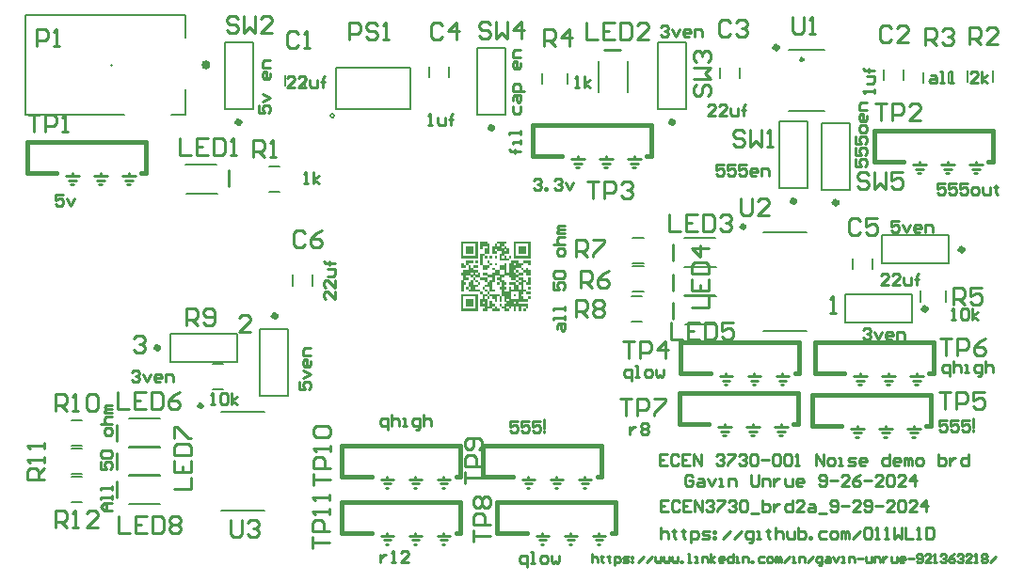
<source format=gto>
G04*
G04 #@! TF.GenerationSoftware,Altium Limited,Altium Designer,24.1.2 (44)*
G04*
G04 Layer_Color=65535*
%FSLAX25Y25*%
%MOIN*%
G70*
G04*
G04 #@! TF.SameCoordinates,6E6146AE-10E2-4EE8-86B2-596FBE868B5F*
G04*
G04*
G04 #@! TF.FilePolarity,Positive*
G04*
G01*
G75*
%ADD10C,0.01500*%
%ADD11C,0.02000*%
%ADD12C,0.00600*%
%ADD13C,0.01181*%
%ADD14C,0.01575*%
%ADD15C,0.00500*%
%ADD16C,0.01000*%
%ADD17C,0.00787*%
%ADD18C,0.00787*%
G36*
X180788Y111861D02*
X174848D01*
Y117800D01*
X180788D01*
Y111861D01*
D02*
G37*
G36*
X162121D02*
X156182D01*
Y117800D01*
X162121D01*
Y111861D01*
D02*
G37*
G36*
X168937Y111833D02*
X168061D01*
Y112408D01*
Y112435D01*
Y112709D01*
X168937D01*
Y111833D01*
D02*
G37*
G36*
X167239D02*
X166364D01*
Y112709D01*
X167239D01*
Y111833D01*
D02*
G37*
G36*
X165542Y116952D02*
X166391D01*
Y113530D01*
X164694D01*
Y112709D01*
X165542D01*
Y111833D01*
X164667D01*
Y112682D01*
X163846D01*
Y109315D01*
X166364D01*
Y110136D01*
X165515D01*
Y111012D01*
X166391D01*
Y110164D01*
X167239D01*
Y109288D01*
X166391D01*
Y108439D01*
X165542D01*
Y107591D01*
X163818D01*
Y109288D01*
X162970D01*
Y113558D01*
X164667D01*
Y115255D01*
X165515D01*
Y116076D01*
X163846D01*
Y115227D01*
X162970D01*
Y117800D01*
X165542D01*
Y116952D01*
D02*
G37*
G36*
X172330Y116924D02*
X171482D01*
Y116103D01*
X172330D01*
Y115255D01*
X173179D01*
Y113530D01*
X171482D01*
Y112709D01*
X172330D01*
Y111861D01*
X173152D01*
Y112709D01*
X174027D01*
Y111833D01*
X173179D01*
Y110985D01*
X169758D01*
Y113558D01*
X170606D01*
Y114379D01*
X168937D01*
Y113530D01*
X167212D01*
Y116103D01*
X168061D01*
Y116760D01*
Y116787D01*
Y116952D01*
X168909D01*
Y117800D01*
X172330D01*
Y116924D01*
D02*
G37*
G36*
X180815Y109288D02*
X179939D01*
Y110136D01*
X178270D01*
Y109288D01*
X177421D01*
Y108467D01*
X178270D01*
Y107618D01*
X179091D01*
Y108467D01*
X179967D01*
Y107618D01*
X180815D01*
Y105894D01*
X179091D01*
Y106742D01*
X178270D01*
Y105894D01*
X176573D01*
Y105073D01*
X178270D01*
Y104224D01*
X179118D01*
Y103376D01*
X179939D01*
Y105073D01*
X180815D01*
Y102500D01*
X179091D01*
Y103349D01*
X178270D01*
Y100830D01*
X179118D01*
Y99982D01*
X180815D01*
Y99106D01*
X179091D01*
Y99954D01*
X178270D01*
Y99106D01*
X177421D01*
Y98285D01*
X178270D01*
Y97436D01*
X179939D01*
Y98285D01*
X180815D01*
Y97409D01*
X179967D01*
Y96561D01*
X176573D01*
Y95740D01*
X179967D01*
Y94015D01*
X179118D01*
Y93167D01*
X178242D01*
Y94042D01*
X179091D01*
Y94864D01*
X177421D01*
Y93167D01*
X176546D01*
Y94864D01*
X175724D01*
Y93167D01*
X174848D01*
Y94864D01*
X174027D01*
Y94015D01*
X173179D01*
Y93167D01*
X171455D01*
Y94015D01*
X170606D01*
Y94864D01*
X169758D01*
Y95740D01*
X170633D01*
Y94891D01*
X171455D01*
Y95740D01*
X172303D01*
Y96561D01*
X171455D01*
Y98258D01*
X170633D01*
Y96561D01*
X169758D01*
Y98258D01*
X168937D01*
Y96561D01*
X168061D01*
Y97409D01*
X167212D01*
Y98258D01*
X166391D01*
Y97409D01*
X165542D01*
Y94891D01*
X166364D01*
Y96588D01*
X167239D01*
Y95740D01*
X168088D01*
Y94891D01*
X168937D01*
Y94042D01*
X169785D01*
Y93167D01*
X167212D01*
Y94015D01*
X165542D01*
Y93167D01*
X163818D01*
Y94042D01*
X164667D01*
Y94864D01*
X162970D01*
Y97436D01*
X163818D01*
Y99106D01*
X162970D01*
Y99954D01*
X158727D01*
Y100803D01*
X157879D01*
Y101679D01*
X158727D01*
Y103376D01*
X159576D01*
Y104224D01*
X160424D01*
Y105045D01*
X159576D01*
Y105894D01*
X157906D01*
Y105073D01*
X158755D01*
Y104197D01*
X157058D01*
Y103376D01*
X157906D01*
Y102500D01*
X157058D01*
Y99954D01*
X156182D01*
Y104224D01*
X157030D01*
Y105894D01*
X156182D01*
Y106770D01*
X157030D01*
Y107618D01*
X158727D01*
Y109288D01*
X157906D01*
Y108439D01*
X156182D01*
Y110164D01*
X157058D01*
Y109315D01*
X157879D01*
Y111012D01*
X160452D01*
Y110136D01*
X158755D01*
Y109315D01*
X159603D01*
Y108467D01*
X160424D01*
Y109315D01*
X162149D01*
Y108439D01*
X160452D01*
Y107618D01*
X162149D01*
Y106770D01*
X162997D01*
Y105073D01*
X165515D01*
Y105894D01*
X163818D01*
Y106770D01*
X165542D01*
Y105921D01*
X167212D01*
Y106770D01*
X168061D01*
Y107591D01*
X167212D01*
Y108467D01*
X168088D01*
Y107618D01*
X169758D01*
Y109315D01*
X171455D01*
Y110164D01*
X172330D01*
Y106770D01*
X173152D01*
Y110164D01*
X174000D01*
Y111012D01*
X176573D01*
Y110164D01*
X178242D01*
Y111012D01*
X180815D01*
Y109288D01*
D02*
G37*
G36*
X162149Y110164D02*
Y110136D01*
X161273D01*
Y111012D01*
X162149D01*
Y110164D01*
D02*
G37*
G36*
X168937Y109288D02*
X168061D01*
Y110164D01*
X168937D01*
Y109288D01*
D02*
G37*
G36*
X180815Y100803D02*
X179939D01*
Y101679D01*
X180815D01*
Y100803D01*
D02*
G37*
G36*
X162121Y93194D02*
X156182D01*
Y95931D01*
Y95959D01*
Y99133D01*
X162121D01*
Y93194D01*
D02*
G37*
%LPC*%
G36*
X179939Y116952D02*
X175697D01*
Y112709D01*
X179939D01*
Y112819D01*
Y112846D01*
Y116952D01*
D02*
G37*
%LPD*%
G36*
X179091Y113996D02*
Y113968D01*
Y113558D01*
X176546D01*
Y116103D01*
X179091D01*
Y113996D01*
D02*
G37*
%LPC*%
G36*
X161273Y116952D02*
X157030D01*
Y112709D01*
X161273D01*
Y116650D01*
Y116678D01*
Y116952D01*
D02*
G37*
%LPD*%
G36*
X160424Y113558D02*
X157879D01*
Y115474D01*
Y115501D01*
Y116103D01*
X160424D01*
Y113558D01*
D02*
G37*
%LPC*%
G36*
X169758Y116924D02*
X168937D01*
Y116103D01*
X169758D01*
Y116349D01*
Y116377D01*
Y116924D01*
D02*
G37*
G36*
X171455Y116076D02*
X170633D01*
Y115747D01*
Y115720D01*
Y115255D01*
X171455D01*
Y116076D01*
D02*
G37*
G36*
X172303Y115227D02*
X171482D01*
Y114406D01*
X172303D01*
Y115036D01*
Y115063D01*
Y115227D01*
D02*
G37*
G36*
X168909D02*
X168088D01*
Y114406D01*
X168909D01*
Y115227D01*
D02*
G37*
G36*
X171455Y112682D02*
X170633D01*
Y111861D01*
X171455D01*
Y112682D01*
D02*
G37*
G36*
X175697Y110136D02*
X174876D01*
Y109315D01*
X175697D01*
Y110136D01*
D02*
G37*
G36*
X177394Y108439D02*
X175724D01*
Y107618D01*
X176573D01*
Y107290D01*
Y107263D01*
Y106770D01*
X178242D01*
Y107591D01*
X177394D01*
Y108439D01*
D02*
G37*
G36*
X175697Y107591D02*
X174876D01*
Y106770D01*
X175697D01*
Y107591D01*
D02*
G37*
G36*
X176546Y106742D02*
X175724D01*
Y105921D01*
X176546D01*
Y106058D01*
Y106086D01*
Y106742D01*
D02*
G37*
G36*
X171455Y107591D02*
X169785D01*
Y105921D01*
X171455D01*
Y106332D01*
Y106359D01*
Y107591D01*
D02*
G37*
G36*
X162121Y106742D02*
X161300D01*
Y106469D01*
Y106441D01*
Y105921D01*
X162121D01*
Y106742D01*
D02*
G37*
G36*
X160424D02*
X159603D01*
Y105921D01*
X160424D01*
Y106742D01*
D02*
G37*
G36*
X161273Y105894D02*
X160452D01*
Y105155D01*
Y105128D01*
Y105073D01*
X161273D01*
Y105894D01*
D02*
G37*
G36*
X176546Y105045D02*
X175724D01*
Y104224D01*
X176546D01*
Y104881D01*
Y104909D01*
Y105045D01*
D02*
G37*
G36*
X177394Y104197D02*
X176573D01*
Y103376D01*
X177394D01*
Y104197D01*
D02*
G37*
G36*
X167212Y105045D02*
X165542D01*
Y103376D01*
X166364D01*
Y104224D01*
X167212D01*
Y105045D01*
D02*
G37*
G36*
X176546Y103349D02*
X175724D01*
Y102527D01*
X176546D01*
Y102828D01*
Y102856D01*
Y103349D01*
D02*
G37*
G36*
X161273Y104197D02*
X160452D01*
Y102527D01*
X162121D01*
Y103349D01*
X161273D01*
Y104197D01*
D02*
G37*
G36*
X177394Y102500D02*
X176573D01*
Y100912D01*
Y100885D01*
Y100830D01*
X177394D01*
Y102500D01*
D02*
G37*
G36*
X173152Y105894D02*
X171482D01*
Y105045D01*
X170633D01*
Y104224D01*
X171482D01*
Y103951D01*
Y103923D01*
Y103376D01*
X172330D01*
Y102500D01*
X171482D01*
Y101679D01*
X172330D01*
Y100803D01*
X171482D01*
Y99982D01*
X173152D01*
Y101679D01*
X174027D01*
Y100830D01*
X174848D01*
Y102500D01*
X173152D01*
Y103376D01*
X175697D01*
Y104197D01*
X174000D01*
Y105045D01*
X173152D01*
Y105894D01*
D02*
G37*
G36*
X159576Y101652D02*
X158755D01*
Y100830D01*
X159576D01*
Y101159D01*
Y101186D01*
Y101652D01*
D02*
G37*
G36*
X166364D02*
X164694D01*
Y100830D01*
X165542D01*
Y99982D01*
X166364D01*
Y101597D01*
Y101624D01*
Y101652D01*
D02*
G37*
G36*
X162970Y105045D02*
X161300D01*
Y104224D01*
X162149D01*
Y103376D01*
X162997D01*
Y102500D01*
X162149D01*
Y101652D01*
X161300D01*
Y100830D01*
X162997D01*
Y99982D01*
X163846D01*
Y99133D01*
X165515D01*
Y99954D01*
X164667D01*
Y99982D01*
Y100009D01*
Y100803D01*
X163818D01*
Y101679D01*
X164667D01*
Y102527D01*
X165515D01*
Y103349D01*
X164667D01*
Y104197D01*
X162970D01*
Y105045D01*
D02*
G37*
G36*
X169758Y105894D02*
X168088D01*
Y103349D01*
X167239D01*
Y100830D01*
X168088D01*
Y99954D01*
X166391D01*
Y99133D01*
X169785D01*
Y98285D01*
X170606D01*
Y100803D01*
X169758D01*
Y101679D01*
X170606D01*
Y103349D01*
X169785D01*
Y102500D01*
X168909D01*
Y102637D01*
Y102664D01*
Y103376D01*
X169758D01*
Y104197D01*
X168909D01*
Y105073D01*
X169758D01*
Y105894D01*
D02*
G37*
G36*
X166364Y99106D02*
X165542D01*
Y98586D01*
Y98559D01*
Y98285D01*
X166364D01*
Y99106D01*
D02*
G37*
G36*
X176546Y99954D02*
X174027D01*
Y97436D01*
X176546D01*
Y99954D01*
D02*
G37*
G36*
X165515Y98258D02*
X164694D01*
Y98121D01*
Y98093D01*
Y97436D01*
X165515D01*
Y98258D01*
D02*
G37*
G36*
X173152Y97409D02*
X172330D01*
Y96944D01*
Y96916D01*
Y96588D01*
X173152D01*
Y97409D01*
D02*
G37*
G36*
X175697Y96561D02*
X174876D01*
Y95740D01*
X175697D01*
Y96561D01*
D02*
G37*
G36*
X164667D02*
X163846D01*
Y95740D01*
X164667D01*
Y96561D01*
D02*
G37*
G36*
X173152Y94864D02*
X172330D01*
Y94179D01*
Y94152D01*
Y94042D01*
X173152D01*
Y94864D01*
D02*
G37*
G36*
X168061D02*
X167239D01*
Y94042D01*
X168061D01*
Y94864D01*
D02*
G37*
%LPD*%
G36*
X175724Y98942D02*
Y98914D01*
Y98258D01*
X174848D01*
Y99133D01*
X175724D01*
Y98942D01*
D02*
G37*
%LPC*%
G36*
X161273Y98285D02*
X157030D01*
Y94207D01*
Y94179D01*
Y94042D01*
X161273D01*
Y98285D01*
D02*
G37*
%LPD*%
G36*
X160424Y94891D02*
X157879D01*
Y97436D01*
X160424D01*
Y94891D01*
D02*
G37*
D10*
X256500Y123000D02*
G03*
X256500Y123000I-500J0D01*
G01*
X64335Y59500D02*
G03*
X64335Y59500I-500J0D01*
G01*
X164000Y34500D02*
X174500D01*
X164000D02*
Y45500D01*
X204500Y34500D02*
X206000D01*
Y45500D01*
X164000D02*
X206000D01*
X169000Y14500D02*
X179500D01*
X169000D02*
Y25500D01*
X209500Y14500D02*
X211000D01*
Y25500D01*
X169000D02*
X211000D01*
X114000Y34500D02*
X124500D01*
X114000D02*
Y45500D01*
X154500Y34500D02*
X156000D01*
Y45500D01*
X114000D02*
X156000D01*
X114000Y14500D02*
X124500D01*
X114000D02*
Y25500D01*
X154500Y14500D02*
X156000D01*
Y25500D01*
X114000D02*
X156000D01*
X181500Y148000D02*
X192000D01*
X181500D02*
Y159000D01*
X222000Y148000D02*
X223500D01*
Y159000D01*
X181500D02*
X223500D01*
X281500Y82000D02*
X323500D01*
Y71000D02*
Y82000D01*
X322000Y71000D02*
X323500D01*
X281500D02*
Y82000D01*
Y71000D02*
X292000D01*
X234000D02*
X244500D01*
X234000D02*
Y82000D01*
X274500Y71000D02*
X276000D01*
Y82000D01*
X234000D02*
X276000D01*
X280500Y63500D02*
X322500D01*
Y52500D02*
Y63500D01*
X321000Y52500D02*
X322500D01*
X280500D02*
Y63500D01*
Y52500D02*
X291000D01*
X233500Y64000D02*
X275500D01*
Y53000D02*
Y64000D01*
X274000Y53000D02*
X275500D01*
X233500D02*
Y64000D01*
Y53000D02*
X244000D01*
X2500Y153000D02*
X44500D01*
Y142000D02*
Y153000D01*
X43000Y142000D02*
X44500D01*
X2500D02*
Y153000D01*
Y142000D02*
X13000D01*
X302500Y157000D02*
X344500D01*
Y146000D02*
Y157000D01*
X343000Y146000D02*
X344500D01*
X302500D02*
Y157000D01*
Y146000D02*
X313000D01*
D11*
X49089Y80155D02*
G03*
X49089Y80155I-500J0D01*
G01*
X231345Y160089D02*
G03*
X231345Y160089I-500J0D01*
G01*
X268264Y186500D02*
G03*
X268264Y186500I-492J0D01*
G01*
X289345Y131589D02*
G03*
X289345Y131589I-500J0D01*
G01*
X274344Y132089D02*
G03*
X274344Y132089I-500J0D01*
G01*
X333911Y114845D02*
G03*
X333911Y114845I-500J0D01*
G01*
X320911Y93844D02*
G03*
X320911Y93844I-500J0D01*
G01*
X90655Y91411D02*
G03*
X90655Y91411I-500J0D01*
G01*
X77845Y160089D02*
G03*
X77845Y160089I-500J0D01*
G01*
X167344Y158089D02*
G03*
X167344Y158089I-500J0D01*
G01*
D12*
X111207Y162394D02*
G03*
X111207Y162394I-707J0D01*
G01*
X68100Y65512D02*
X71900D01*
X68100Y74488D02*
X71900D01*
X38400Y45118D02*
X49400D01*
X38500Y34882D02*
X49500D01*
X38400Y35118D02*
X49400D01*
X38500Y24882D02*
X49500D01*
X18100Y35512D02*
X21900D01*
X18100Y44488D02*
X21900D01*
X18100Y25512D02*
X21900D01*
X18100Y34488D02*
X21900D01*
X111800Y164700D02*
X138200D01*
X111800D02*
Y179300D01*
X138200D01*
Y164700D02*
Y179300D01*
X248000Y175600D02*
Y179400D01*
X255000Y175600D02*
Y179400D01*
X215118Y170700D02*
Y181700D01*
X204882Y170600D02*
Y181600D01*
X306000Y175100D02*
Y178900D01*
X313000Y175100D02*
Y178900D01*
X319012Y96500D02*
Y100300D01*
X327988Y96500D02*
Y100300D01*
X295000Y108100D02*
Y111900D01*
X302000Y108100D02*
Y111900D01*
X235300Y108618D02*
X246300D01*
X235400Y98382D02*
X246400D01*
X235300Y98618D02*
X246300D01*
X235400Y88382D02*
X246400D01*
X235300Y119118D02*
X246300D01*
X235400Y108882D02*
X246400D01*
X216500Y89512D02*
X220300D01*
X216500Y98488D02*
X220300D01*
X217000Y100012D02*
X220800D01*
X217000Y108988D02*
X220800D01*
X217000Y110012D02*
X220800D01*
X217000Y118988D02*
X220800D01*
X103500Y102200D02*
Y106000D01*
X96500Y102200D02*
Y106000D01*
X328988Y174100D02*
Y177900D01*
X320012Y174100D02*
Y177900D01*
X88100Y144488D02*
X91900D01*
X88100Y135512D02*
X91900D01*
X185012Y173600D02*
Y177400D01*
X193988Y173600D02*
Y177400D01*
X101000Y173100D02*
Y176900D01*
X94000Y173100D02*
Y176900D01*
X58700Y145118D02*
X69700D01*
X58800Y134882D02*
X69800D01*
X152000Y176100D02*
Y179900D01*
X145000Y176100D02*
Y179900D01*
X335512Y174500D02*
Y178300D01*
X344488Y174500D02*
Y178300D01*
X38500Y44882D02*
X49500D01*
X38400Y55118D02*
X49400D01*
X18100Y54488D02*
X21900D01*
X18100Y45512D02*
X21900D01*
D13*
X277294Y182300D02*
G03*
X277294Y182300I-394J0D01*
G01*
D14*
X66610Y180400D02*
G03*
X66610Y180400I-787J0D01*
G01*
D15*
X263323Y120941D02*
X278677D01*
X263323Y86059D02*
X278677D01*
X71157Y57441D02*
X86512D01*
X71157Y22559D02*
X86512D01*
X53722Y162784D02*
X58469D01*
Y171800D01*
X1776Y162784D02*
Y198216D01*
X58469D01*
Y190000D02*
Y198216D01*
X1776Y162784D02*
X37012D01*
D16*
X177750Y33500D02*
X182250D01*
X180000D02*
Y34527D01*
X178750Y32000D02*
X181250D01*
X179523Y30500D02*
X180250D01*
X187750Y33500D02*
X192250D01*
X190000D02*
Y34527D01*
X188750Y32000D02*
X191250D01*
X189523Y30500D02*
X190250D01*
X197750Y33500D02*
X202250D01*
X200000D02*
Y34527D01*
X198750Y32000D02*
X201250D01*
X199523Y30500D02*
X200250D01*
X182750Y13500D02*
X187250D01*
X185000D02*
Y14527D01*
X183750Y12000D02*
X186250D01*
X184523Y10500D02*
X185250D01*
X192750Y13500D02*
X197250D01*
X195000D02*
Y14527D01*
X193750Y12000D02*
X196250D01*
X194523Y10500D02*
X195250D01*
X202750Y13500D02*
X207250D01*
X205000D02*
Y14527D01*
X203750Y12000D02*
X206250D01*
X204523Y10500D02*
X205250D01*
X127750Y33500D02*
X132250D01*
X130000D02*
Y34527D01*
X128750Y32000D02*
X131250D01*
X129523Y30500D02*
X130250D01*
X137750Y33500D02*
X142250D01*
X140000D02*
Y34527D01*
X138750Y32000D02*
X141250D01*
X139523Y30500D02*
X140250D01*
X147750Y33500D02*
X152250D01*
X150000D02*
Y34527D01*
X148750Y32000D02*
X151250D01*
X149523Y30500D02*
X150250D01*
X127750Y13500D02*
X132250D01*
X130000D02*
Y14527D01*
X128750Y12000D02*
X131250D01*
X129523Y10500D02*
X130250D01*
X137750Y13500D02*
X142250D01*
X140000D02*
Y14527D01*
X138750Y12000D02*
X141250D01*
X139523Y10500D02*
X140250D01*
X147750Y13500D02*
X152250D01*
X150000D02*
Y14527D01*
X148750Y12000D02*
X151250D01*
X149523Y10500D02*
X150250D01*
X34200Y37000D02*
Y42600D01*
Y27000D02*
Y32600D01*
X195250Y147000D02*
X199750D01*
X197500D02*
Y148027D01*
X196250Y145500D02*
X198750D01*
X197023Y144000D02*
X197750D01*
X205250Y147000D02*
X209750D01*
X207500D02*
Y148027D01*
X206250Y145500D02*
X208750D01*
X207023Y144000D02*
X207750D01*
X215250Y147000D02*
X219750D01*
X217500D02*
Y148027D01*
X216250Y145500D02*
X218750D01*
X217023Y144000D02*
X217750D01*
X207000Y185900D02*
X212600D01*
X231100Y100500D02*
Y106100D01*
Y90500D02*
Y96100D01*
Y111000D02*
Y116600D01*
X317023Y67000D02*
X317750D01*
X316250Y68500D02*
X318750D01*
X317500Y70000D02*
Y71027D01*
X315250Y70000D02*
X319750D01*
X307023Y67000D02*
X307750D01*
X306250Y68500D02*
X308750D01*
X307500Y70000D02*
Y71027D01*
X305250Y70000D02*
X309750D01*
X297023Y67000D02*
X297750D01*
X296250Y68500D02*
X298750D01*
X297500Y70000D02*
Y71027D01*
X295250Y70000D02*
X299750D01*
X247750D02*
X252250D01*
X250000D02*
Y71027D01*
X248750Y68500D02*
X251250D01*
X249523Y67000D02*
X250250D01*
X257750Y70000D02*
X262250D01*
X260000D02*
Y71027D01*
X258750Y68500D02*
X261250D01*
X259523Y67000D02*
X260250D01*
X267750Y70000D02*
X272250D01*
X270000D02*
Y71027D01*
X268750Y68500D02*
X271250D01*
X269523Y67000D02*
X270250D01*
X316023Y48500D02*
X316750D01*
X315250Y50000D02*
X317750D01*
X316500Y51500D02*
Y52527D01*
X314250Y51500D02*
X318750D01*
X306023Y48500D02*
X306750D01*
X305250Y50000D02*
X307750D01*
X306500Y51500D02*
Y52527D01*
X304250Y51500D02*
X308750D01*
X296023Y48500D02*
X296750D01*
X295250Y50000D02*
X297750D01*
X296500Y51500D02*
Y52527D01*
X294250Y51500D02*
X298750D01*
X269023Y49000D02*
X269750D01*
X268250Y50500D02*
X270750D01*
X269500Y52000D02*
Y53027D01*
X267250Y52000D02*
X271750D01*
X259023Y49000D02*
X259750D01*
X258250Y50500D02*
X260750D01*
X259500Y52000D02*
Y53027D01*
X257250Y52000D02*
X261750D01*
X249023Y49000D02*
X249750D01*
X248250Y50500D02*
X250750D01*
X249500Y52000D02*
Y53027D01*
X247250Y52000D02*
X251750D01*
X32091Y180500D02*
X32122D01*
X38023Y138000D02*
X38750D01*
X37250Y139500D02*
X39750D01*
X38500Y141000D02*
Y142027D01*
X36250Y141000D02*
X40750D01*
X28023Y138000D02*
X28750D01*
X27250Y139500D02*
X29750D01*
X28500Y141000D02*
Y142027D01*
X26250Y141000D02*
X30750D01*
X18023Y138000D02*
X18750D01*
X17250Y139500D02*
X19750D01*
X18500Y141000D02*
Y142027D01*
X16250Y141000D02*
X20750D01*
X74000Y137400D02*
Y143000D01*
X338023Y142000D02*
X338750D01*
X337250Y143500D02*
X339750D01*
X338500Y145000D02*
Y146027D01*
X336250Y145000D02*
X340750D01*
X328023Y142000D02*
X328750D01*
X327250Y143500D02*
X329750D01*
X328500Y145000D02*
Y146027D01*
X326250Y145000D02*
X330750D01*
X318023Y142000D02*
X318750D01*
X317250Y143500D02*
X319750D01*
X318500Y145000D02*
Y146027D01*
X316250Y145000D02*
X320750D01*
X34200Y47000D02*
Y52600D01*
X97166Y172500D02*
X94500D01*
X97166Y175166D01*
Y175832D01*
X96499Y176499D01*
X95166D01*
X94500Y175832D01*
X101164Y172500D02*
X98499D01*
X101164Y175166D01*
Y175832D01*
X100498Y176499D01*
X99165D01*
X98499Y175832D01*
X102497Y175166D02*
Y173167D01*
X103164Y172500D01*
X105163D01*
Y175166D01*
X107163Y172500D02*
Y175832D01*
Y174499D01*
X106496D01*
X107829D01*
X107163D01*
Y175832D01*
X107829Y176499D01*
X100500Y138500D02*
X101833D01*
X101166D01*
Y142499D01*
X100500Y141832D01*
X103832Y138500D02*
Y142499D01*
Y139833D02*
X105832Y141166D01*
X103832Y139833D02*
X105832Y138500D01*
X144500Y159000D02*
X145833D01*
X145167D01*
Y162999D01*
X144500Y162332D01*
X147832Y161666D02*
Y159667D01*
X148499Y159000D01*
X150498D01*
Y161666D01*
X152497Y159000D02*
Y162332D01*
Y160999D01*
X151831D01*
X153164D01*
X152497D01*
Y162332D01*
X153164Y162999D01*
X196500Y172500D02*
X197833D01*
X197167D01*
Y176499D01*
X196500Y175832D01*
X199832Y172500D02*
Y176499D01*
Y173833D02*
X201832Y175166D01*
X199832Y173833D02*
X201832Y172500D01*
X246166Y162500D02*
X243500D01*
X246166Y165166D01*
Y165832D01*
X245499Y166499D01*
X244166D01*
X243500Y165832D01*
X250165Y162500D02*
X247499D01*
X250165Y165166D01*
Y165832D01*
X249498Y166499D01*
X248165D01*
X247499Y165832D01*
X251497Y165166D02*
Y163166D01*
X252164Y162500D01*
X254163D01*
Y165166D01*
X256163Y162500D02*
Y165832D01*
Y164499D01*
X255496D01*
X256829D01*
X256163D01*
Y165832D01*
X256829Y166499D01*
X322666Y176666D02*
X323999D01*
X324666Y175999D01*
Y174000D01*
X322666D01*
X322000Y174667D01*
X322666Y175333D01*
X324666D01*
X325999Y174000D02*
X327332D01*
X326665D01*
Y177999D01*
X325999D01*
X329331Y174000D02*
X330664D01*
X329997D01*
Y177999D01*
X329331D01*
X339328Y174000D02*
X336662D01*
X339328Y176666D01*
Y177332D01*
X338661Y177999D01*
X337328D01*
X336662Y177332D01*
X340661Y174000D02*
Y177999D01*
Y175333D02*
X342660Y176666D01*
X340661Y175333D02*
X342660Y174000D01*
X302500Y170500D02*
Y171833D01*
Y171167D01*
X298501D01*
X299168Y170500D01*
X299834Y173832D02*
X301834D01*
X302500Y174499D01*
Y176498D01*
X299834D01*
X302500Y178497D02*
X299168D01*
X300501D01*
Y177831D01*
Y179164D01*
Y178497D01*
X299168D01*
X298501Y179164D01*
X307666Y102500D02*
X305000D01*
X307666Y105166D01*
Y105832D01*
X306999Y106499D01*
X305666D01*
X305000Y105832D01*
X311665Y102500D02*
X308999D01*
X311665Y105166D01*
Y105832D01*
X310998Y106499D01*
X309665D01*
X308999Y105832D01*
X312997Y105166D02*
Y103166D01*
X313664Y102500D01*
X315663D01*
Y105166D01*
X317663Y102500D02*
Y105832D01*
Y104499D01*
X316996D01*
X318329D01*
X317663D01*
Y105832D01*
X318329Y106499D01*
X330000Y90000D02*
X331333D01*
X330666D01*
Y93999D01*
X330000Y93332D01*
X333332D02*
X333999Y93999D01*
X335332D01*
X335998Y93332D01*
Y90666D01*
X335332Y90000D01*
X333999D01*
X333332Y90666D01*
Y93332D01*
X337331Y90000D02*
Y93999D01*
Y91333D02*
X339330Y92666D01*
X337331Y91333D02*
X339330Y90000D01*
X190334Y86666D02*
Y87999D01*
X191001Y88666D01*
X193000D01*
Y86666D01*
X192333Y86000D01*
X191667Y86666D01*
Y88666D01*
X193000Y89999D02*
Y91332D01*
Y90665D01*
X189001D01*
Y89999D01*
X193000Y93331D02*
Y94664D01*
Y93997D01*
X189001D01*
Y93331D01*
Y103328D02*
Y100662D01*
X191001D01*
X190334Y101995D01*
Y102661D01*
X191001Y103328D01*
X192333D01*
X193000Y102661D01*
Y101328D01*
X192333Y100662D01*
X189668Y104661D02*
X189001Y105327D01*
Y106660D01*
X189668Y107326D01*
X192333D01*
X193000Y106660D01*
Y105327D01*
X192333Y104661D01*
X189668D01*
X193000Y113324D02*
Y114657D01*
X192333Y115324D01*
X191001D01*
X190334Y114657D01*
Y113324D01*
X191001Y112658D01*
X192333D01*
X193000Y113324D01*
X189001Y116657D02*
X193000D01*
X191001D01*
X190334Y117323D01*
Y118656D01*
X191001Y119323D01*
X193000D01*
Y120656D02*
X190334D01*
Y121322D01*
X191001Y121988D01*
X193000D01*
X191001D01*
X190334Y122655D01*
X191001Y123321D01*
X193000D01*
X32500Y22500D02*
X29834D01*
X28501Y23833D01*
X29834Y25166D01*
X32500D01*
X30501D01*
Y22500D01*
X32500Y26499D02*
Y27832D01*
Y27165D01*
X28501D01*
Y26499D01*
X32500Y29831D02*
Y31164D01*
Y30497D01*
X28501D01*
Y29831D01*
Y39828D02*
Y37162D01*
X30501D01*
X29834Y38495D01*
Y39161D01*
X30501Y39828D01*
X31834D01*
X32500Y39161D01*
Y37828D01*
X31834Y37162D01*
X29168Y41161D02*
X28501Y41827D01*
Y43160D01*
X29168Y43826D01*
X31834D01*
X32500Y43160D01*
Y41827D01*
X31834Y41161D01*
X29168D01*
X32500Y49825D02*
Y51157D01*
X31834Y51824D01*
X30501D01*
X29834Y51157D01*
Y49825D01*
X30501Y49158D01*
X31834D01*
X32500Y49825D01*
X28501Y53157D02*
X32500D01*
X30501D01*
X29834Y53823D01*
Y55156D01*
X30501Y55823D01*
X32500D01*
Y57156D02*
X29834D01*
Y57822D01*
X30501Y58488D01*
X32500D01*
X30501D01*
X29834Y59155D01*
X30501Y59821D01*
X32500D01*
X111500Y100166D02*
Y97500D01*
X108834Y100166D01*
X108168D01*
X107501Y99499D01*
Y98166D01*
X108168Y97500D01*
X111500Y104165D02*
Y101499D01*
X108834Y104165D01*
X108168D01*
X107501Y103498D01*
Y102165D01*
X108168Y101499D01*
X108834Y105497D02*
X110834D01*
X111500Y106164D01*
Y108163D01*
X108834D01*
X111500Y110163D02*
X108168D01*
X109501D01*
Y109496D01*
Y110829D01*
Y110163D01*
X108168D01*
X107501Y110829D01*
X67500Y60000D02*
X68833D01*
X68166D01*
Y63999D01*
X67500Y63332D01*
X70832D02*
X71499Y63999D01*
X72832D01*
X73498Y63332D01*
Y60666D01*
X72832Y60000D01*
X71499D01*
X70832Y60666D01*
Y63332D01*
X74831Y60000D02*
Y63999D01*
Y61333D02*
X76830Y62666D01*
X74831Y61333D02*
X76830Y60000D01*
X39500Y71332D02*
X40166Y71999D01*
X41499D01*
X42166Y71332D01*
Y70666D01*
X41499Y69999D01*
X40833D01*
X41499D01*
X42166Y69333D01*
Y68666D01*
X41499Y68000D01*
X40166D01*
X39500Y68666D01*
X43499Y70666D02*
X44832Y68000D01*
X46165Y70666D01*
X49497Y68000D02*
X48164D01*
X47497Y68666D01*
Y69999D01*
X48164Y70666D01*
X49497D01*
X50163Y69999D01*
Y69333D01*
X47497D01*
X51496Y68000D02*
Y70666D01*
X53496D01*
X54162Y69999D01*
Y68000D01*
X99001Y68166D02*
Y65500D01*
X101001D01*
X100334Y66833D01*
Y67499D01*
X101001Y68166D01*
X102334D01*
X103000Y67499D01*
Y66166D01*
X102334Y65500D01*
X100334Y69499D02*
X103000Y70832D01*
X100334Y72164D01*
X103000Y75497D02*
Y74164D01*
X102334Y73497D01*
X101001D01*
X100334Y74164D01*
Y75497D01*
X101001Y76163D01*
X101667D01*
Y73497D01*
X103000Y77496D02*
X100334D01*
Y79496D01*
X101001Y80162D01*
X103000D01*
X311166Y124999D02*
X308500D01*
Y122999D01*
X309833Y123666D01*
X310499D01*
X311166Y122999D01*
Y121667D01*
X310499Y121000D01*
X309166D01*
X308500Y121667D01*
X312499Y123666D02*
X313832Y121000D01*
X315164Y123666D01*
X318497Y121000D02*
X317164D01*
X316497Y121667D01*
Y122999D01*
X317164Y123666D01*
X318497D01*
X319163Y122999D01*
Y122333D01*
X316497D01*
X320496Y121000D02*
Y123666D01*
X322496D01*
X323162Y122999D01*
Y121000D01*
X298500Y86332D02*
X299166Y86999D01*
X300499D01*
X301166Y86332D01*
Y85666D01*
X300499Y84999D01*
X299833D01*
X300499D01*
X301166Y84333D01*
Y83666D01*
X300499Y83000D01*
X299166D01*
X298500Y83666D01*
X302499Y85666D02*
X303832Y83000D01*
X305165Y85666D01*
X308497Y83000D02*
X307164D01*
X306497Y83666D01*
Y84999D01*
X307164Y85666D01*
X308497D01*
X309163Y84999D01*
Y84333D01*
X306497D01*
X310496Y83000D02*
Y85666D01*
X312495D01*
X313162Y84999D01*
Y83000D01*
X296001Y147166D02*
Y144500D01*
X298001D01*
X297334Y145833D01*
Y146499D01*
X298001Y147166D01*
X299334D01*
X300000Y146499D01*
Y145167D01*
X299334Y144500D01*
X296001Y151164D02*
Y148499D01*
X298001D01*
X297334Y149832D01*
Y150498D01*
X298001Y151164D01*
X299334D01*
X300000Y150498D01*
Y149165D01*
X299334Y148499D01*
X296001Y155163D02*
Y152497D01*
X298001D01*
X297334Y153830D01*
Y154497D01*
X298001Y155163D01*
X299334D01*
X300000Y154497D01*
Y153164D01*
X299334Y152497D01*
X300000Y157163D02*
Y158495D01*
X299334Y159162D01*
X298001D01*
X297334Y158495D01*
Y157163D01*
X298001Y156496D01*
X299334D01*
X300000Y157163D01*
Y162494D02*
Y161161D01*
X299334Y160495D01*
X298001D01*
X297334Y161161D01*
Y162494D01*
X298001Y163161D01*
X298667D01*
Y160495D01*
X300000Y164494D02*
X297334D01*
Y166493D01*
X298001Y167159D01*
X300000D01*
X249166Y144999D02*
X246500D01*
Y142999D01*
X247833Y143666D01*
X248499D01*
X249166Y142999D01*
Y141666D01*
X248499Y141000D01*
X247166D01*
X246500Y141666D01*
X253165Y144999D02*
X250499D01*
Y142999D01*
X251832Y143666D01*
X252498D01*
X253165Y142999D01*
Y141666D01*
X252498Y141000D01*
X251165D01*
X250499Y141666D01*
X257163Y144999D02*
X254497D01*
Y142999D01*
X255830Y143666D01*
X256497D01*
X257163Y142999D01*
Y141666D01*
X256497Y141000D01*
X255164D01*
X254497Y141666D01*
X260495Y141000D02*
X259163D01*
X258496Y141666D01*
Y142999D01*
X259163Y143666D01*
X260495D01*
X261162Y142999D01*
Y142333D01*
X258496D01*
X262495Y141000D02*
Y143666D01*
X264494D01*
X265161Y142999D01*
Y141000D01*
X227000Y193832D02*
X227666Y194499D01*
X228999D01*
X229666Y193832D01*
Y193166D01*
X228999Y192499D01*
X228333D01*
X228999D01*
X229666Y191833D01*
Y191166D01*
X228999Y190500D01*
X227666D01*
X227000Y191166D01*
X230999Y193166D02*
X232332Y190500D01*
X233664Y193166D01*
X236997Y190500D02*
X235664D01*
X234997Y191166D01*
Y192499D01*
X235664Y193166D01*
X236997D01*
X237663Y192499D01*
Y191833D01*
X234997D01*
X238996Y190500D02*
Y193166D01*
X240996D01*
X241662Y192499D01*
Y190500D01*
X177167Y149667D02*
X173835D01*
X175168D01*
Y149000D01*
Y150333D01*
Y149667D01*
X173835D01*
X173168Y150333D01*
X177167Y152332D02*
Y153665D01*
Y152999D01*
X174501D01*
Y152332D01*
X177167Y155665D02*
Y156997D01*
Y156331D01*
X173168D01*
Y155665D01*
X174501Y165661D02*
Y163662D01*
X175168Y162996D01*
X176501D01*
X177167Y163662D01*
Y165661D01*
X174501Y167661D02*
Y168994D01*
X175168Y169660D01*
X177167D01*
Y167661D01*
X176501Y166994D01*
X175834Y167661D01*
Y169660D01*
X178500Y170993D02*
X174501D01*
Y172992D01*
X175168Y173659D01*
X176501D01*
X177167Y172992D01*
Y170993D01*
Y180990D02*
Y179657D01*
X176501Y178990D01*
X175168D01*
X174501Y179657D01*
Y180990D01*
X175168Y181656D01*
X175834D01*
Y178990D01*
X177167Y182989D02*
X174501D01*
Y184988D01*
X175168Y185655D01*
X177167D01*
X84501Y166166D02*
Y163500D01*
X86501D01*
X85834Y164833D01*
Y165499D01*
X86501Y166166D01*
X87834D01*
X88500Y165499D01*
Y164166D01*
X87834Y163500D01*
X85834Y167499D02*
X88500Y168832D01*
X85834Y170165D01*
X88500Y177496D02*
Y176163D01*
X87834Y175496D01*
X86501D01*
X85834Y176163D01*
Y177496D01*
X86501Y178162D01*
X87167D01*
Y175496D01*
X88500Y179495D02*
X85834D01*
Y181494D01*
X86501Y182161D01*
X88500D01*
X327666Y138499D02*
X325000D01*
Y136499D01*
X326333Y137166D01*
X326999D01*
X327666Y136499D01*
Y135167D01*
X326999Y134500D01*
X325666D01*
X325000Y135167D01*
X331664Y138499D02*
X328999D01*
Y136499D01*
X330332Y137166D01*
X330998D01*
X331664Y136499D01*
Y135167D01*
X330998Y134500D01*
X329665D01*
X328999Y135167D01*
X335663Y138499D02*
X332997D01*
Y136499D01*
X334330Y137166D01*
X334997D01*
X335663Y136499D01*
Y135167D01*
X334997Y134500D01*
X333664D01*
X332997Y135167D01*
X337663Y134500D02*
X338996D01*
X339662Y135167D01*
Y136499D01*
X338996Y137166D01*
X337663D01*
X336996Y136499D01*
Y135167D01*
X337663Y134500D01*
X340995Y137166D02*
Y135167D01*
X341661Y134500D01*
X343661D01*
Y137166D01*
X345660Y137832D02*
Y137166D01*
X344994D01*
X346326D01*
X345660D01*
Y135167D01*
X346326Y134500D01*
X182000Y139332D02*
X182667Y139999D01*
X183999D01*
X184666Y139332D01*
Y138666D01*
X183999Y137999D01*
X183333D01*
X183999D01*
X184666Y137333D01*
Y136667D01*
X183999Y136000D01*
X182667D01*
X182000Y136667D01*
X185999Y136000D02*
Y136667D01*
X186665D01*
Y136000D01*
X185999D01*
X189331Y139332D02*
X189997Y139999D01*
X191330D01*
X191997Y139332D01*
Y138666D01*
X191330Y137999D01*
X190664D01*
X191330D01*
X191997Y137333D01*
Y136667D01*
X191330Y136000D01*
X189997D01*
X189331Y136667D01*
X193330Y138666D02*
X194663Y136000D01*
X195995Y138666D01*
X15166Y134499D02*
X12500D01*
Y132499D01*
X13833Y133166D01*
X14499D01*
X15166Y132499D01*
Y131167D01*
X14499Y130500D01*
X13167D01*
X12500Y131167D01*
X16499Y133166D02*
X17832Y130500D01*
X19164Y133166D01*
X127500Y6666D02*
Y4000D01*
Y5333D01*
X128166Y5999D01*
X128833Y6666D01*
X129499D01*
X131499Y4000D02*
X132832D01*
X132165D01*
Y7999D01*
X131499Y7332D01*
X137497Y4000D02*
X134831D01*
X137497Y6666D01*
Y7332D01*
X136830Y7999D01*
X135497D01*
X134831Y7332D01*
X179666Y2500D02*
Y6499D01*
X177666D01*
X177000Y5832D01*
Y4499D01*
X177666Y3833D01*
X179666D01*
X180999D02*
X182332D01*
X181665D01*
Y7832D01*
X180999D01*
X184997Y3833D02*
X186330D01*
X186997Y4499D01*
Y5832D01*
X186330Y6499D01*
X184997D01*
X184331Y5832D01*
Y4499D01*
X184997Y3833D01*
X188330Y6499D02*
Y4499D01*
X188996Y3833D01*
X189663Y4499D01*
X190329Y3833D01*
X190996Y4499D01*
Y6499D01*
X130166Y51000D02*
Y54999D01*
X128166D01*
X127500Y54332D01*
Y52999D01*
X128166Y52333D01*
X130166D01*
X131499Y56332D02*
Y52333D01*
Y54332D01*
X132165Y54999D01*
X133498D01*
X134165Y54332D01*
Y52333D01*
X135497D02*
X136830D01*
X136164D01*
Y54999D01*
X135497D01*
X140163Y51000D02*
X140829D01*
X141496Y51666D01*
Y54999D01*
X139496D01*
X138830Y54332D01*
Y52999D01*
X139496Y52333D01*
X141496D01*
X142828Y56332D02*
Y52333D01*
Y54332D01*
X143495Y54999D01*
X144828D01*
X145494Y54332D01*
Y52333D01*
X176166Y53999D02*
X173500D01*
Y51999D01*
X174833Y52666D01*
X175499D01*
X176166Y51999D01*
Y50666D01*
X175499Y50000D01*
X174167D01*
X173500Y50666D01*
X180165Y53999D02*
X177499D01*
Y51999D01*
X178832Y52666D01*
X179498D01*
X180165Y51999D01*
Y50666D01*
X179498Y50000D01*
X178165D01*
X177499Y50666D01*
X184163Y53999D02*
X181497D01*
Y51999D01*
X182830Y52666D01*
X183497D01*
X184163Y51999D01*
Y50666D01*
X183497Y50000D01*
X182164D01*
X181497Y50666D01*
X185496Y51333D02*
Y54665D01*
Y50666D02*
Y50000D01*
X216000Y52166D02*
Y49500D01*
Y50833D01*
X216666Y51499D01*
X217333Y52166D01*
X217999D01*
X219999Y52832D02*
X220665Y53499D01*
X221998D01*
X222664Y52832D01*
Y52166D01*
X221998Y51499D01*
X222664Y50833D01*
Y50166D01*
X221998Y49500D01*
X220665D01*
X219999Y50166D01*
Y50833D01*
X220665Y51499D01*
X219999Y52166D01*
Y52832D01*
X220665Y51499D02*
X221998D01*
X216666Y68500D02*
Y72499D01*
X214666D01*
X214000Y71832D01*
Y70499D01*
X214666Y69833D01*
X216666D01*
X217999D02*
X219332D01*
X218665D01*
Y73832D01*
X217999D01*
X221997Y69833D02*
X223330D01*
X223997Y70499D01*
Y71832D01*
X223330Y72499D01*
X221997D01*
X221331Y71832D01*
Y70499D01*
X221997Y69833D01*
X225330Y72499D02*
Y70499D01*
X225996Y69833D01*
X226663Y70499D01*
X227329Y69833D01*
X227995Y70499D01*
Y72499D01*
X329166Y70000D02*
Y73999D01*
X327166D01*
X326500Y73332D01*
Y71999D01*
X327166Y71333D01*
X329166D01*
X330499Y75332D02*
Y71333D01*
Y73332D01*
X331165Y73999D01*
X332498D01*
X333165Y73332D01*
Y71333D01*
X334497D02*
X335830D01*
X335164D01*
Y73999D01*
X334497D01*
X339163Y70000D02*
X339829D01*
X340495Y70666D01*
Y73999D01*
X338496D01*
X337830Y73332D01*
Y71999D01*
X338496Y71333D01*
X340495D01*
X341828Y75332D02*
Y71333D01*
Y73332D01*
X342495Y73999D01*
X343828D01*
X344494Y73332D01*
Y71333D01*
X328166Y54499D02*
X325500D01*
Y52499D01*
X326833Y53166D01*
X327499D01*
X328166Y52499D01*
Y51166D01*
X327499Y50500D01*
X326166D01*
X325500Y51166D01*
X332165Y54499D02*
X329499D01*
Y52499D01*
X330832Y53166D01*
X331498D01*
X332165Y52499D01*
Y51166D01*
X331498Y50500D01*
X330165D01*
X329499Y51166D01*
X336163Y54499D02*
X333497D01*
Y52499D01*
X334830Y53166D01*
X335497D01*
X336163Y52499D01*
Y51166D01*
X335497Y50500D01*
X334164D01*
X333497Y51166D01*
X337496Y51833D02*
Y55165D01*
Y51166D02*
Y50500D01*
X202500Y6999D02*
Y4000D01*
Y5499D01*
X203000Y5999D01*
X203999D01*
X204499Y5499D01*
Y4000D01*
X205999Y6499D02*
Y5999D01*
X205499D01*
X206499D01*
X205999D01*
Y4499D01*
X206499Y4000D01*
X208498Y6499D02*
Y5999D01*
X207998D01*
X208998D01*
X208498D01*
Y4499D01*
X208998Y4000D01*
X210497Y3000D02*
Y5999D01*
X211997D01*
X212497Y5499D01*
Y4499D01*
X211997Y4000D01*
X210497D01*
X213496D02*
X214996D01*
X215496Y4499D01*
X214996Y4999D01*
X213996D01*
X213496Y5499D01*
X213996Y5999D01*
X215496D01*
X216495D02*
X216995D01*
Y5499D01*
X216495D01*
Y5999D01*
Y4499D02*
X216995D01*
Y4000D01*
X216495D01*
Y4499D01*
X218995Y4000D02*
X220994Y5999D01*
X221994Y4000D02*
X223993Y5999D01*
X224993D02*
Y4499D01*
X225493Y4000D01*
X225992Y4499D01*
X226492Y4000D01*
X226992Y4499D01*
Y5999D01*
X227992D02*
Y4499D01*
X228492Y4000D01*
X228991Y4499D01*
X229491Y4000D01*
X229991Y4499D01*
Y5999D01*
X230991D02*
Y4499D01*
X231491Y4000D01*
X231991Y4499D01*
X232490Y4000D01*
X232990Y4499D01*
Y5999D01*
X233990Y4000D02*
Y4499D01*
X234490D01*
Y4000D01*
X233990D01*
X236489D02*
X237489D01*
X236989D01*
Y6999D01*
X236489D01*
X238988Y4000D02*
X239988D01*
X239488D01*
Y5999D01*
X238988D01*
X241487Y4000D02*
Y5999D01*
X242987D01*
X243487Y5499D01*
Y4000D01*
X244486D02*
Y6999D01*
Y4999D02*
X245986Y5999D01*
X244486Y4999D02*
X245986Y4000D01*
X248985D02*
X247985D01*
X247485Y4499D01*
Y5499D01*
X247985Y5999D01*
X248985D01*
X249485Y5499D01*
Y4999D01*
X247485D01*
X252484Y6999D02*
Y4000D01*
X250984D01*
X250484Y4499D01*
Y5499D01*
X250984Y5999D01*
X252484D01*
X253484Y4000D02*
X254483D01*
X253983D01*
Y5999D01*
X253484D01*
X255983Y4000D02*
Y5999D01*
X257482D01*
X257982Y5499D01*
Y4000D01*
X258982D02*
Y4499D01*
X259482D01*
Y4000D01*
X258982D01*
X263480Y5999D02*
X261981D01*
X261481Y5499D01*
Y4499D01*
X261981Y4000D01*
X263480D01*
X264980D02*
X265980D01*
X266479Y4499D01*
Y5499D01*
X265980Y5999D01*
X264980D01*
X264480Y5499D01*
Y4499D01*
X264980Y4000D01*
X267479D02*
Y5999D01*
X267979D01*
X268479Y5499D01*
Y4000D01*
Y5499D01*
X268979Y5999D01*
X269478Y5499D01*
Y4000D01*
X270478D02*
X272477Y5999D01*
X273477Y4000D02*
X274477D01*
X273977D01*
Y5999D01*
X273477D01*
X275976Y4000D02*
Y5999D01*
X277476D01*
X277976Y5499D01*
Y4000D01*
X278975D02*
X280975Y5999D01*
X282974Y3000D02*
X283474D01*
X283974Y3500D01*
Y5999D01*
X282474D01*
X281974Y5499D01*
Y4499D01*
X282474Y4000D01*
X283974D01*
X285473Y5999D02*
X286473D01*
X286973Y5499D01*
Y4000D01*
X285473D01*
X284973Y4499D01*
X285473Y4999D01*
X286973D01*
X287972Y5999D02*
X288972Y4000D01*
X289972Y5999D01*
X290971Y4000D02*
X291971D01*
X291471D01*
Y5999D01*
X290971D01*
X293471Y4000D02*
Y5999D01*
X294970D01*
X295470Y5499D01*
Y4000D01*
X296470Y5499D02*
X298469D01*
X299469Y5999D02*
Y4499D01*
X299969Y4000D01*
X301468D01*
Y5999D01*
X302468Y4000D02*
Y5999D01*
X303967D01*
X304467Y5499D01*
Y4000D01*
X305467Y5999D02*
Y4000D01*
Y4999D01*
X305966Y5499D01*
X306466Y5999D01*
X306966D01*
X308466D02*
Y4499D01*
X308965Y4000D01*
X310465D01*
Y5999D01*
X312964Y4000D02*
X311965D01*
X311465Y4499D01*
Y5499D01*
X311965Y5999D01*
X312964D01*
X313464Y5499D01*
Y4999D01*
X311465D01*
X314464Y5499D02*
X316463D01*
X317463Y4499D02*
X317963Y4000D01*
X318962D01*
X319462Y4499D01*
Y6499D01*
X318962Y6999D01*
X317963D01*
X317463Y6499D01*
Y5999D01*
X317963Y5499D01*
X319462D01*
X322461Y4000D02*
X320462D01*
X322461Y5999D01*
Y6499D01*
X321961Y6999D01*
X320962D01*
X320462Y6499D01*
X323461Y4000D02*
X324461D01*
X323961D01*
Y6999D01*
X323461Y6499D01*
X325960D02*
X326460Y6999D01*
X327460D01*
X327959Y6499D01*
Y5999D01*
X327460Y5499D01*
X326960D01*
X327460D01*
X327959Y4999D01*
Y4499D01*
X327460Y4000D01*
X326460D01*
X325960Y4499D01*
X330958Y6999D02*
X329959Y6499D01*
X328959Y5499D01*
Y4499D01*
X329459Y4000D01*
X330459D01*
X330958Y4499D01*
Y4999D01*
X330459Y5499D01*
X328959D01*
X331958Y6499D02*
X332458Y6999D01*
X333458D01*
X333958Y6499D01*
Y5999D01*
X333458Y5499D01*
X332958D01*
X333458D01*
X333958Y4999D01*
Y4499D01*
X333458Y4000D01*
X332458D01*
X331958Y4499D01*
X336957Y4000D02*
X334957D01*
X336957Y5999D01*
Y6499D01*
X336457Y6999D01*
X335457D01*
X334957Y6499D01*
X337956Y4000D02*
X338956D01*
X338456D01*
Y6999D01*
X337956Y6499D01*
X340455D02*
X340955Y6999D01*
X341955D01*
X342455Y6499D01*
Y5999D01*
X341955Y5499D01*
X342455Y4999D01*
Y4499D01*
X341955Y4000D01*
X340955D01*
X340455Y4499D01*
Y4999D01*
X340955Y5499D01*
X340455Y5999D01*
Y6499D01*
X340955Y5499D02*
X341955D01*
X343454Y4000D02*
X345454Y5999D01*
X227000Y16332D02*
Y12333D01*
Y14332D01*
X227666Y14999D01*
X228999D01*
X229666Y14332D01*
Y12333D01*
X231665Y15665D02*
Y14999D01*
X230999D01*
X232332D01*
X231665D01*
Y12999D01*
X232332Y12333D01*
X234997Y15665D02*
Y14999D01*
X234331D01*
X235664D01*
X234997D01*
Y12999D01*
X235664Y12333D01*
X237663Y11000D02*
Y14999D01*
X239663D01*
X240329Y14332D01*
Y12999D01*
X239663Y12333D01*
X237663D01*
X241662D02*
X243661D01*
X244328Y12999D01*
X243661Y13666D01*
X242328D01*
X241662Y14332D01*
X242328Y14999D01*
X244328D01*
X245661D02*
X246327D01*
Y14332D01*
X245661D01*
Y14999D01*
Y12999D02*
X246327D01*
Y12333D01*
X245661D01*
Y12999D01*
X248993Y12333D02*
X251659Y14999D01*
X252992Y12333D02*
X255657Y14999D01*
X258323Y11000D02*
X258990D01*
X259656Y11666D01*
Y14999D01*
X257657D01*
X256990Y14332D01*
Y12999D01*
X257657Y12333D01*
X259656D01*
X260989D02*
X262322D01*
X261655D01*
Y14999D01*
X260989D01*
X264988Y15665D02*
Y14999D01*
X264321D01*
X265654D01*
X264988D01*
Y12999D01*
X265654Y12333D01*
X267654Y16332D02*
Y12333D01*
Y14332D01*
X268320Y14999D01*
X269653D01*
X270319Y14332D01*
Y12333D01*
X271652Y14999D02*
Y12999D01*
X272319Y12333D01*
X274318D01*
Y14999D01*
X275651Y16332D02*
Y12333D01*
X277650D01*
X278317Y12999D01*
Y13666D01*
Y14332D01*
X277650Y14999D01*
X275651D01*
X279650Y12333D02*
Y12999D01*
X280316D01*
Y12333D01*
X279650D01*
X285648Y14999D02*
X283648D01*
X282982Y14332D01*
Y12999D01*
X283648Y12333D01*
X285648D01*
X287647D02*
X288980D01*
X289647Y12999D01*
Y14332D01*
X288980Y14999D01*
X287647D01*
X286981Y14332D01*
Y12999D01*
X287647Y12333D01*
X290979D02*
Y14999D01*
X291646D01*
X292312Y14332D01*
Y12333D01*
Y14332D01*
X292979Y14999D01*
X293645Y14332D01*
Y12333D01*
X294978D02*
X297644Y14999D01*
X300976Y16332D02*
X299643D01*
X298977Y15665D01*
Y12999D01*
X299643Y12333D01*
X300976D01*
X301643Y12999D01*
Y15665D01*
X300976Y16332D01*
X302976Y12333D02*
X304308D01*
X303642D01*
Y16332D01*
X302976Y15665D01*
X306308Y12333D02*
X307641D01*
X306974D01*
Y16332D01*
X306308Y15665D01*
X309640Y16332D02*
Y12333D01*
X310973Y13666D01*
X312306Y12333D01*
Y16332D01*
X313639D02*
Y12333D01*
X316304D01*
X317637D02*
X318970D01*
X318304D01*
Y16332D01*
X317637Y15665D01*
X320970Y16332D02*
Y12333D01*
X322969D01*
X323636Y12999D01*
Y15665D01*
X322969Y16332D01*
X320970D01*
X229666Y26165D02*
X227000D01*
Y22166D01*
X229666D01*
X227000Y24166D02*
X228333D01*
X233664Y25499D02*
X232998Y26165D01*
X231665D01*
X230999Y25499D01*
Y22833D01*
X231665Y22166D01*
X232998D01*
X233664Y22833D01*
X237663Y26165D02*
X234997D01*
Y22166D01*
X237663D01*
X234997Y24166D02*
X236330D01*
X238996Y22166D02*
Y26165D01*
X241662Y22166D01*
Y26165D01*
X242995Y25499D02*
X243661Y26165D01*
X244994D01*
X245661Y25499D01*
Y24832D01*
X244994Y24166D01*
X244328D01*
X244994D01*
X245661Y23499D01*
Y22833D01*
X244994Y22166D01*
X243661D01*
X242995Y22833D01*
X246994Y26165D02*
X249659D01*
Y25499D01*
X246994Y22833D01*
Y22166D01*
X250992Y25499D02*
X251659Y26165D01*
X252992D01*
X253658Y25499D01*
Y24832D01*
X252992Y24166D01*
X252325D01*
X252992D01*
X253658Y23499D01*
Y22833D01*
X252992Y22166D01*
X251659D01*
X250992Y22833D01*
X254991Y25499D02*
X255657Y26165D01*
X256990D01*
X257657Y25499D01*
Y22833D01*
X256990Y22166D01*
X255657D01*
X254991Y22833D01*
Y25499D01*
X258990Y21500D02*
X261655D01*
X262988Y26165D02*
Y22166D01*
X264988D01*
X265654Y22833D01*
Y23499D01*
Y24166D01*
X264988Y24832D01*
X262988D01*
X266987D02*
Y22166D01*
Y23499D01*
X267653Y24166D01*
X268320Y24832D01*
X268987D01*
X273652Y26165D02*
Y22166D01*
X271652D01*
X270986Y22833D01*
Y24166D01*
X271652Y24832D01*
X273652D01*
X277650Y22166D02*
X274985D01*
X277650Y24832D01*
Y25499D01*
X276984Y26165D01*
X275651D01*
X274985Y25499D01*
X279650Y24832D02*
X280983D01*
X281649Y24166D01*
Y22166D01*
X279650D01*
X278983Y22833D01*
X279650Y23499D01*
X281649D01*
X282982Y21500D02*
X285648D01*
X286981Y22833D02*
X287647Y22166D01*
X288980D01*
X289647Y22833D01*
Y25499D01*
X288980Y26165D01*
X287647D01*
X286981Y25499D01*
Y24832D01*
X287647Y24166D01*
X289647D01*
X290979D02*
X293645D01*
X297644Y22166D02*
X294978D01*
X297644Y24832D01*
Y25499D01*
X296977Y26165D01*
X295644D01*
X294978Y25499D01*
X298977Y22833D02*
X299643Y22166D01*
X300976D01*
X301643Y22833D01*
Y25499D01*
X300976Y26165D01*
X299643D01*
X298977Y25499D01*
Y24832D01*
X299643Y24166D01*
X301643D01*
X302976D02*
X305641D01*
X309640Y22166D02*
X306974D01*
X309640Y24832D01*
Y25499D01*
X308974Y26165D01*
X307641D01*
X306974Y25499D01*
X310973D02*
X311639Y26165D01*
X312972D01*
X313639Y25499D01*
Y22833D01*
X312972Y22166D01*
X311639D01*
X310973Y22833D01*
Y25499D01*
X317637Y22166D02*
X314972D01*
X317637Y24832D01*
Y25499D01*
X316971Y26165D01*
X315638D01*
X314972Y25499D01*
X320970Y22166D02*
Y26165D01*
X318970Y24166D01*
X321636D01*
X238166Y34332D02*
X237499Y34999D01*
X236166D01*
X235500Y34332D01*
Y31666D01*
X236166Y31000D01*
X237499D01*
X238166Y31666D01*
Y32999D01*
X236833D01*
X240165Y33666D02*
X241498D01*
X242164Y32999D01*
Y31000D01*
X240165D01*
X239499Y31666D01*
X240165Y32333D01*
X242164D01*
X243497Y33666D02*
X244830Y31000D01*
X246163Y33666D01*
X247496Y31000D02*
X248829D01*
X248163D01*
Y33666D01*
X247496D01*
X250828Y31000D02*
Y33666D01*
X252828D01*
X253494Y32999D01*
Y31000D01*
X258826Y34999D02*
Y31666D01*
X259492Y31000D01*
X260825D01*
X261492Y31666D01*
Y34999D01*
X262825Y31000D02*
Y33666D01*
X264824D01*
X265490Y32999D01*
Y31000D01*
X266823Y33666D02*
Y31000D01*
Y32333D01*
X267490Y32999D01*
X268156Y33666D01*
X268823D01*
X270822D02*
Y31666D01*
X271488Y31000D01*
X273488D01*
Y33666D01*
X276820Y31000D02*
X275487D01*
X274821Y31666D01*
Y32999D01*
X275487Y33666D01*
X276820D01*
X277486Y32999D01*
Y32333D01*
X274821D01*
X282818Y31666D02*
X283485Y31000D01*
X284817D01*
X285484Y31666D01*
Y34332D01*
X284817Y34999D01*
X283485D01*
X282818Y34332D01*
Y33666D01*
X283485Y32999D01*
X285484D01*
X286817D02*
X289483D01*
X293481Y31000D02*
X290815D01*
X293481Y33666D01*
Y34332D01*
X292815Y34999D01*
X291482D01*
X290815Y34332D01*
X297480Y34999D02*
X296147Y34332D01*
X294814Y32999D01*
Y31666D01*
X295481Y31000D01*
X296814D01*
X297480Y31666D01*
Y32333D01*
X296814Y32999D01*
X294814D01*
X298813D02*
X301479D01*
X305477Y31000D02*
X302812D01*
X305477Y33666D01*
Y34332D01*
X304811Y34999D01*
X303478D01*
X302812Y34332D01*
X306810D02*
X307477Y34999D01*
X308810D01*
X309476Y34332D01*
Y31666D01*
X308810Y31000D01*
X307477D01*
X306810Y31666D01*
Y34332D01*
X313475Y31000D02*
X310809D01*
X313475Y33666D01*
Y34332D01*
X312808Y34999D01*
X311475D01*
X310809Y34332D01*
X316807Y31000D02*
Y34999D01*
X314808Y32999D01*
X317474D01*
X229165Y42499D02*
X226499D01*
Y38500D01*
X229165D01*
X226499Y40499D02*
X227832D01*
X233163Y41832D02*
X232497Y42499D01*
X231164D01*
X230497Y41832D01*
Y39166D01*
X231164Y38500D01*
X232497D01*
X233163Y39166D01*
X237162Y42499D02*
X234496D01*
Y38500D01*
X237162D01*
X234496Y40499D02*
X235829D01*
X238495Y38500D02*
Y42499D01*
X241161Y38500D01*
Y42499D01*
X246492Y41832D02*
X247159Y42499D01*
X248492D01*
X249158Y41832D01*
Y41166D01*
X248492Y40499D01*
X247825D01*
X248492D01*
X249158Y39833D01*
Y39166D01*
X248492Y38500D01*
X247159D01*
X246492Y39166D01*
X250491Y42499D02*
X253157D01*
Y41832D01*
X250491Y39166D01*
Y38500D01*
X254490Y41832D02*
X255156Y42499D01*
X256489D01*
X257155Y41832D01*
Y41166D01*
X256489Y40499D01*
X255823D01*
X256489D01*
X257155Y39833D01*
Y39166D01*
X256489Y38500D01*
X255156D01*
X254490Y39166D01*
X258488Y41832D02*
X259155Y42499D01*
X260488D01*
X261154Y41832D01*
Y39166D01*
X260488Y38500D01*
X259155D01*
X258488Y39166D01*
Y41832D01*
X262487Y40499D02*
X265153D01*
X266486Y41832D02*
X267152Y42499D01*
X268485D01*
X269152Y41832D01*
Y39166D01*
X268485Y38500D01*
X267152D01*
X266486Y39166D01*
Y41832D01*
X270484D02*
X271151Y42499D01*
X272484D01*
X273150Y41832D01*
Y39166D01*
X272484Y38500D01*
X271151D01*
X270484Y39166D01*
Y41832D01*
X274483Y38500D02*
X275816D01*
X275150D01*
Y42499D01*
X274483Y41832D01*
X281814Y38500D02*
Y42499D01*
X284480Y38500D01*
Y42499D01*
X286479Y38500D02*
X287812D01*
X288479Y39166D01*
Y40499D01*
X287812Y41166D01*
X286479D01*
X285813Y40499D01*
Y39166D01*
X286479Y38500D01*
X289812D02*
X291144D01*
X290478D01*
Y41166D01*
X289812D01*
X293144Y38500D02*
X295143D01*
X295810Y39166D01*
X295143Y39833D01*
X293810D01*
X293144Y40499D01*
X293810Y41166D01*
X295810D01*
X299142Y38500D02*
X297809D01*
X297143Y39166D01*
Y40499D01*
X297809Y41166D01*
X299142D01*
X299808Y40499D01*
Y39833D01*
X297143D01*
X307806Y42499D02*
Y38500D01*
X305806D01*
X305140Y39166D01*
Y40499D01*
X305806Y41166D01*
X307806D01*
X311138Y38500D02*
X309805D01*
X309139Y39166D01*
Y40499D01*
X309805Y41166D01*
X311138D01*
X311805Y40499D01*
Y39833D01*
X309139D01*
X313137Y38500D02*
Y41166D01*
X313804D01*
X314470Y40499D01*
Y38500D01*
Y40499D01*
X315137Y41166D01*
X315803Y40499D01*
Y38500D01*
X317803D02*
X319135D01*
X319802Y39166D01*
Y40499D01*
X319135Y41166D01*
X317803D01*
X317136Y40499D01*
Y39166D01*
X317803Y38500D01*
X325134Y42499D02*
Y38500D01*
X327133D01*
X327799Y39166D01*
Y39833D01*
Y40499D01*
X327133Y41166D01*
X325134D01*
X329132D02*
Y38500D01*
Y39833D01*
X329799Y40499D01*
X330465Y41166D01*
X331132D01*
X335797Y42499D02*
Y38500D01*
X333797D01*
X333131Y39166D01*
Y40499D01*
X333797Y41166D01*
X335797D01*
X116502Y189501D02*
Y195499D01*
X119501D01*
X120501Y194499D01*
Y192500D01*
X119501Y191500D01*
X116502D01*
X126499Y194499D02*
X125499Y195499D01*
X123500D01*
X122500Y194499D01*
Y193500D01*
X123500Y192500D01*
X125499D01*
X126499Y191500D01*
Y190501D01*
X125499Y189501D01*
X123500D01*
X122500Y190501D01*
X128498Y189501D02*
X130498D01*
X129498D01*
Y195499D01*
X128498Y194499D01*
X251500Y195499D02*
X250501Y196499D01*
X248501D01*
X247502Y195499D01*
Y191501D01*
X248501Y190501D01*
X250501D01*
X251500Y191501D01*
X253500Y195499D02*
X254499Y196499D01*
X256499D01*
X257498Y195499D01*
Y194500D01*
X256499Y193500D01*
X255499D01*
X256499D01*
X257498Y192500D01*
Y191501D01*
X256499Y190501D01*
X254499D01*
X253500Y191501D01*
X255200Y133198D02*
Y128200D01*
X256200Y127200D01*
X258199D01*
X259199Y128200D01*
Y133198D01*
X265197Y127200D02*
X261198D01*
X265197Y131199D01*
Y132198D01*
X264197Y133198D01*
X262198D01*
X261198Y132198D01*
X212503Y61999D02*
X216501D01*
X214502D01*
Y56001D01*
X218501D02*
Y61999D01*
X221500D01*
X222499Y60999D01*
Y59000D01*
X221500Y58000D01*
X218501D01*
X224499Y61999D02*
X228497D01*
Y60999D01*
X224499Y57001D01*
Y56001D01*
X326003Y83499D02*
X330001D01*
X328002D01*
Y77501D01*
X332001D02*
Y83499D01*
X335000D01*
X335999Y82499D01*
Y80500D01*
X335000Y79500D01*
X332001D01*
X341997Y83499D02*
X339998Y82499D01*
X337999Y80500D01*
Y78501D01*
X338998Y77501D01*
X340998D01*
X341997Y78501D01*
Y79500D01*
X340998Y80500D01*
X337999D01*
X325503Y64499D02*
X329501D01*
X327502D01*
Y58501D01*
X331501D02*
Y64499D01*
X334500D01*
X335499Y63499D01*
Y61500D01*
X334500Y60500D01*
X331501D01*
X341497Y64499D02*
X337499D01*
Y61500D01*
X339498Y62500D01*
X340498D01*
X341497Y61500D01*
Y59501D01*
X340498Y58501D01*
X338498D01*
X337499Y59501D01*
X213503Y82499D02*
X217501D01*
X215502D01*
Y76501D01*
X219501D02*
Y82499D01*
X222500D01*
X223499Y81499D01*
Y79500D01*
X222500Y78500D01*
X219501D01*
X228498Y76501D02*
Y82499D01*
X225499Y79500D01*
X229497D01*
X196902Y91001D02*
Y96999D01*
X199901D01*
X200900Y95999D01*
Y94000D01*
X199901Y93000D01*
X196902D01*
X198901D02*
X200900Y91001D01*
X202900Y95999D02*
X203899Y96999D01*
X205899D01*
X206898Y95999D01*
Y95000D01*
X205899Y94000D01*
X206898Y93000D01*
Y92001D01*
X205899Y91001D01*
X203899D01*
X202900Y92001D01*
Y93000D01*
X203899Y94000D01*
X202900Y95000D01*
Y95999D01*
X203899Y94000D02*
X205899D01*
X196902Y112501D02*
Y118499D01*
X199901D01*
X200900Y117499D01*
Y115500D01*
X199901Y114500D01*
X196902D01*
X198901D02*
X200900Y112501D01*
X202900Y118499D02*
X206898D01*
Y117499D01*
X202900Y113501D01*
Y112501D01*
X198402Y101501D02*
Y107499D01*
X201401D01*
X202400Y106499D01*
Y104500D01*
X201401Y103500D01*
X198402D01*
X200401D02*
X202400Y101501D01*
X208398Y107499D02*
X206399Y106499D01*
X204400Y104500D01*
Y102501D01*
X205399Y101501D01*
X207399D01*
X208398Y102501D01*
Y103500D01*
X207399Y104500D01*
X204400D01*
X330502Y95501D02*
Y101499D01*
X333501D01*
X334500Y100499D01*
Y98500D01*
X333501Y97500D01*
X330502D01*
X332501D02*
X334500Y95501D01*
X340498Y101499D02*
X336500D01*
Y98500D01*
X338499Y99500D01*
X339499D01*
X340498Y98500D01*
Y96501D01*
X339499Y95501D01*
X337499D01*
X336500Y96501D01*
X230504Y88999D02*
Y83001D01*
X234502D01*
X240500Y88999D02*
X236502D01*
Y83001D01*
X240500D01*
X236502Y86000D02*
X238501D01*
X242500Y88999D02*
Y83001D01*
X245499D01*
X246498Y84001D01*
Y87999D01*
X245499Y88999D01*
X242500D01*
X252497D02*
X248498D01*
Y86000D01*
X250497Y87000D01*
X251497D01*
X252497Y86000D01*
Y84001D01*
X251497Y83001D01*
X249497D01*
X248498Y84001D01*
X238001Y94504D02*
X243999D01*
Y98502D01*
X238001Y104500D02*
Y100502D01*
X243999D01*
Y104500D01*
X241000Y100502D02*
Y102501D01*
X238001Y106500D02*
X243999D01*
Y109499D01*
X242999Y110498D01*
X239001D01*
X238001Y109499D01*
Y106500D01*
X243999Y115497D02*
X238001D01*
X241000Y112498D01*
Y116497D01*
X230004Y127499D02*
Y121501D01*
X234002D01*
X240000Y127499D02*
X236002D01*
Y121501D01*
X240000D01*
X236002Y124500D02*
X238001D01*
X242000Y127499D02*
Y121501D01*
X244999D01*
X245998Y122501D01*
Y126499D01*
X244999Y127499D01*
X242000D01*
X247998Y126499D02*
X248997Y127499D01*
X250997D01*
X251996Y126499D01*
Y125500D01*
X250997Y124500D01*
X249997D01*
X250997D01*
X251996Y123500D01*
Y122501D01*
X250997Y121501D01*
X248997D01*
X247998Y122501D01*
X297500Y124999D02*
X296501Y125999D01*
X294501D01*
X293502Y124999D01*
Y121001D01*
X294501Y120001D01*
X296501D01*
X297500Y121001D01*
X303498Y125999D02*
X299500D01*
Y123000D01*
X301499Y124000D01*
X302499D01*
X303498Y123000D01*
Y121001D01*
X302499Y120001D01*
X300499D01*
X299500Y121001D01*
X286800Y92400D02*
X288799D01*
X287800D01*
Y98398D01*
X286800Y97398D01*
X104001Y31503D02*
Y35502D01*
Y33503D01*
X109999D01*
Y37501D02*
X104001D01*
Y40501D01*
X105001Y41500D01*
X107000D01*
X108000Y40501D01*
Y37501D01*
X109999Y43499D02*
Y45499D01*
Y44499D01*
X104001D01*
X105001Y43499D01*
Y48498D02*
X104001Y49498D01*
Y51497D01*
X105001Y52497D01*
X108999D01*
X109999Y51497D01*
Y49498D01*
X108999Y48498D01*
X105001D01*
X74502Y18999D02*
Y14001D01*
X75501Y13001D01*
X77501D01*
X78500Y14001D01*
Y18999D01*
X80500Y17999D02*
X81499Y18999D01*
X83499D01*
X84498Y17999D01*
Y17000D01*
X83499Y16000D01*
X82499D01*
X83499D01*
X84498Y15000D01*
Y14001D01*
X83499Y13001D01*
X81499D01*
X80500Y14001D01*
X81599Y85900D02*
X77600D01*
X81599Y89899D01*
Y90898D01*
X80599Y91898D01*
X78600D01*
X77600Y90898D01*
X8499Y33502D02*
X2501D01*
Y36501D01*
X3501Y37501D01*
X5500D01*
X6500Y36501D01*
Y33502D01*
Y35502D02*
X8499Y37501D01*
Y39500D02*
Y41500D01*
Y40500D01*
X2501D01*
X3501Y39500D01*
X8499Y44499D02*
Y46498D01*
Y45498D01*
X2501D01*
X3501Y44499D01*
X160501Y11503D02*
Y15501D01*
Y13502D01*
X166499D01*
Y17501D02*
X160501D01*
Y20500D01*
X161501Y21499D01*
X163500D01*
X164500Y20500D01*
Y17501D01*
X161501Y23499D02*
X160501Y24498D01*
Y26498D01*
X161501Y27497D01*
X162500D01*
X163500Y26498D01*
X164500Y27497D01*
X165499D01*
X166499Y26498D01*
Y24498D01*
X165499Y23499D01*
X164500D01*
X163500Y24498D01*
X162500Y23499D01*
X161501D01*
X163500Y24498D02*
Y26498D01*
X273501Y197499D02*
Y192501D01*
X274501Y191501D01*
X276500D01*
X277500Y192501D01*
Y197499D01*
X279499Y191501D02*
X281499D01*
X280499D01*
Y197499D01*
X279499Y196499D01*
X103501Y9003D02*
Y13002D01*
Y11002D01*
X109499D01*
Y15001D02*
X103501D01*
Y18000D01*
X104501Y19000D01*
X106500D01*
X107500Y18000D01*
Y15001D01*
X109499Y20999D02*
Y22999D01*
Y21999D01*
X103501D01*
X104501Y20999D01*
X109499Y25998D02*
Y27997D01*
Y26997D01*
X103501D01*
X104501Y25998D01*
X157501Y32003D02*
Y36001D01*
Y34002D01*
X163499D01*
Y38001D02*
X157501D01*
Y41000D01*
X158501Y41999D01*
X160500D01*
X161500Y41000D01*
Y38001D01*
X162499Y43999D02*
X163499Y44998D01*
Y46998D01*
X162499Y47997D01*
X158501D01*
X157501Y46998D01*
Y44998D01*
X158501Y43999D01*
X159500D01*
X160500Y44998D01*
Y47997D01*
X201003Y138999D02*
X205001D01*
X203002D01*
Y133001D01*
X207001D02*
Y138999D01*
X210000D01*
X210999Y137999D01*
Y136000D01*
X210000Y135000D01*
X207001D01*
X212999Y137999D02*
X213998Y138999D01*
X215998D01*
X216997Y137999D01*
Y137000D01*
X215998Y136000D01*
X214998D01*
X215998D01*
X216997Y135000D01*
Y134001D01*
X215998Y133001D01*
X213998D01*
X212999Y134001D01*
X302800Y166798D02*
X306799D01*
X304799D01*
Y160800D01*
X308798D02*
Y166798D01*
X311797D01*
X312797Y165798D01*
Y163799D01*
X311797Y162799D01*
X308798D01*
X318795Y160800D02*
X314796D01*
X318795Y164799D01*
Y165798D01*
X317795Y166798D01*
X315796D01*
X314796Y165798D01*
X2800Y162798D02*
X6799D01*
X4799D01*
Y156800D01*
X8798D02*
Y162798D01*
X11797D01*
X12797Y161798D01*
Y159799D01*
X11797Y158799D01*
X8798D01*
X14796Y156800D02*
X16795D01*
X15796D01*
Y162798D01*
X14796Y161798D01*
X300501Y141499D02*
X299502Y142499D01*
X297502D01*
X296503Y141499D01*
Y140500D01*
X297502Y139500D01*
X299502D01*
X300501Y138500D01*
Y137501D01*
X299502Y136501D01*
X297502D01*
X296503Y137501D01*
X302501Y142499D02*
Y136501D01*
X304500Y138500D01*
X306499Y136501D01*
Y142499D01*
X312497D02*
X308499D01*
Y139500D01*
X310498Y140500D01*
X311498D01*
X312497Y139500D01*
Y137501D01*
X311498Y136501D01*
X309498D01*
X308499Y137501D01*
X166599Y194698D02*
X165599Y195698D01*
X163600D01*
X162600Y194698D01*
Y193699D01*
X163600Y192699D01*
X165599D01*
X166599Y191699D01*
Y190700D01*
X165599Y189700D01*
X163600D01*
X162600Y190700D01*
X168598Y195698D02*
Y189700D01*
X170597Y191699D01*
X172597Y189700D01*
Y195698D01*
X177595Y189700D02*
Y195698D01*
X174596Y192699D01*
X178595D01*
X239501Y173501D02*
X238501Y172502D01*
Y170502D01*
X239501Y169503D01*
X240500D01*
X241500Y170502D01*
Y172502D01*
X242500Y173501D01*
X243499D01*
X244499Y172502D01*
Y170502D01*
X243499Y169503D01*
X238501Y175501D02*
X244499D01*
X242500Y177500D01*
X244499Y179499D01*
X238501D01*
X239501Y181499D02*
X238501Y182498D01*
Y184498D01*
X239501Y185497D01*
X240500D01*
X241500Y184498D01*
Y183498D01*
Y184498D01*
X242500Y185497D01*
X243499D01*
X244499Y184498D01*
Y182498D01*
X243499Y181499D01*
X77099Y196698D02*
X76099Y197698D01*
X74100D01*
X73100Y196698D01*
Y195699D01*
X74100Y194699D01*
X76099D01*
X77099Y193699D01*
Y192700D01*
X76099Y191700D01*
X74100D01*
X73100Y192700D01*
X79098Y197698D02*
Y191700D01*
X81097Y193699D01*
X83097Y191700D01*
Y197698D01*
X89095Y191700D02*
X85096D01*
X89095Y195699D01*
Y196698D01*
X88095Y197698D01*
X86096D01*
X85096Y196698D01*
X256501Y156499D02*
X255501Y157499D01*
X253502D01*
X252502Y156499D01*
Y155500D01*
X253502Y154500D01*
X255501D01*
X256501Y153500D01*
Y152501D01*
X255501Y151501D01*
X253502D01*
X252502Y152501D01*
X258500Y157499D02*
Y151501D01*
X260500Y153500D01*
X262499Y151501D01*
Y157499D01*
X264498Y151501D02*
X266498D01*
X265498D01*
Y157499D01*
X264498Y156499D01*
X12502Y16501D02*
Y22499D01*
X15502D01*
X16501Y21499D01*
Y19500D01*
X15502Y18500D01*
X12502D01*
X14502D02*
X16501Y16501D01*
X18500D02*
X20500D01*
X19500D01*
Y22499D01*
X18500Y21499D01*
X27498Y16501D02*
X23499D01*
X27498Y20500D01*
Y21499D01*
X26498Y22499D01*
X24499D01*
X23499Y21499D01*
X12500Y57800D02*
Y63798D01*
X15499D01*
X16499Y62798D01*
Y60799D01*
X15499Y59799D01*
X12500D01*
X14499D02*
X16499Y57800D01*
X18498D02*
X20497D01*
X19498D01*
Y63798D01*
X18498Y62798D01*
X23496D02*
X24496Y63798D01*
X26496D01*
X27495Y62798D01*
Y58800D01*
X26496Y57800D01*
X24496D01*
X23496Y58800D01*
Y62798D01*
X59002Y88001D02*
Y93999D01*
X62001D01*
X63000Y92999D01*
Y91000D01*
X62001Y90000D01*
X59002D01*
X61001D02*
X63000Y88001D01*
X65000Y89001D02*
X65999Y88001D01*
X67999D01*
X68998Y89001D01*
Y92999D01*
X67999Y93999D01*
X65999D01*
X65000Y92999D01*
Y92000D01*
X65999Y91000D01*
X68998D01*
X185700Y187000D02*
Y192998D01*
X188699D01*
X189699Y191998D01*
Y189999D01*
X188699Y188999D01*
X185700D01*
X187699D02*
X189699Y187000D01*
X194697D02*
Y192998D01*
X191698Y189999D01*
X195697D01*
X320700Y187500D02*
Y193498D01*
X323699D01*
X324699Y192498D01*
Y190499D01*
X323699Y189499D01*
X320700D01*
X322699D02*
X324699Y187500D01*
X326698Y192498D02*
X327698Y193498D01*
X329697D01*
X330697Y192498D01*
Y191499D01*
X329697Y190499D01*
X328697D01*
X329697D01*
X330697Y189499D01*
Y188500D01*
X329697Y187500D01*
X327698D01*
X326698Y188500D01*
X336200Y187900D02*
Y193898D01*
X339199D01*
X340199Y192898D01*
Y190899D01*
X339199Y189899D01*
X336200D01*
X338199D02*
X340199Y187900D01*
X346197D02*
X342198D01*
X346197Y191899D01*
Y192898D01*
X345197Y193898D01*
X343198D01*
X342198Y192898D01*
X82500Y147800D02*
Y153798D01*
X85499D01*
X86499Y152798D01*
Y150799D01*
X85499Y149799D01*
X82500D01*
X84499D02*
X86499Y147800D01*
X88498D02*
X90497D01*
X89498D01*
Y153798D01*
X88498Y152798D01*
X6001Y187001D02*
Y192999D01*
X9000D01*
X10000Y191999D01*
Y190000D01*
X9000Y189000D01*
X6001D01*
X11999Y187001D02*
X13999D01*
X12999D01*
Y192999D01*
X11999Y191999D01*
X35004Y20499D02*
Y14501D01*
X39002D01*
X45000Y20499D02*
X41002D01*
Y14501D01*
X45000D01*
X41002Y17500D02*
X43001D01*
X47000Y20499D02*
Y14501D01*
X49999D01*
X50998Y15501D01*
Y19499D01*
X49999Y20499D01*
X47000D01*
X52998Y19499D02*
X53997Y20499D01*
X55997D01*
X56997Y19499D01*
Y18500D01*
X55997Y17500D01*
X56997Y16500D01*
Y15501D01*
X55997Y14501D01*
X53997D01*
X52998Y15501D01*
Y16500D01*
X53997Y17500D01*
X52998Y18500D01*
Y19499D01*
X53997Y17500D02*
X55997D01*
X54501Y30004D02*
X60499D01*
Y34002D01*
X54501Y40000D02*
Y36002D01*
X60499D01*
Y40000D01*
X57500Y36002D02*
Y38001D01*
X54501Y42000D02*
X60499D01*
Y44999D01*
X59499Y45998D01*
X55501D01*
X54501Y44999D01*
Y42000D01*
Y47998D02*
Y51996D01*
X55501D01*
X59499Y47998D01*
X60499D01*
X34700Y64398D02*
Y58400D01*
X38699D01*
X44697Y64398D02*
X40698D01*
Y58400D01*
X44697D01*
X40698Y61399D02*
X42697D01*
X46696Y64398D02*
Y58400D01*
X49695D01*
X50695Y59400D01*
Y63398D01*
X49695Y64398D01*
X46696D01*
X56693D02*
X54694Y63398D01*
X52694Y61399D01*
Y59400D01*
X53694Y58400D01*
X55693D01*
X56693Y59400D01*
Y60399D01*
X55693Y61399D01*
X52694D01*
X200504Y195499D02*
Y189501D01*
X204502D01*
X210500Y195499D02*
X206502D01*
Y189501D01*
X210500D01*
X206502Y192500D02*
X208501D01*
X212500Y195499D02*
Y189501D01*
X215499D01*
X216498Y190501D01*
Y194499D01*
X215499Y195499D01*
X212500D01*
X222497Y189501D02*
X218498D01*
X222497Y193500D01*
Y194499D01*
X221497Y195499D01*
X219497D01*
X218498Y194499D01*
X56600Y154398D02*
Y148400D01*
X60599D01*
X66597Y154398D02*
X62598D01*
Y148400D01*
X66597D01*
X62598Y151399D02*
X64597D01*
X68596Y154398D02*
Y148400D01*
X71595D01*
X72595Y149400D01*
Y153398D01*
X71595Y154398D01*
X68596D01*
X74594Y148400D02*
X76594D01*
X75594D01*
Y154398D01*
X74594Y153398D01*
X100999Y120598D02*
X99999Y121598D01*
X98000D01*
X97000Y120598D01*
Y116600D01*
X98000Y115600D01*
X99999D01*
X100999Y116600D01*
X106997Y121598D02*
X104997Y120598D01*
X102998Y118599D01*
Y116600D01*
X103998Y115600D01*
X105997D01*
X106997Y116600D01*
Y117599D01*
X105997Y118599D01*
X102998D01*
X149599Y194498D02*
X148599Y195498D01*
X146600D01*
X145600Y194498D01*
Y190500D01*
X146600Y189500D01*
X148599D01*
X149599Y190500D01*
X154597Y189500D02*
Y195498D01*
X151598Y192499D01*
X155597D01*
X308500Y193499D02*
X307501Y194499D01*
X305501D01*
X304502Y193499D01*
Y189501D01*
X305501Y188501D01*
X307501D01*
X308500Y189501D01*
X314498Y188501D02*
X310500D01*
X314498Y192500D01*
Y193499D01*
X313499Y194499D01*
X311499D01*
X310500Y193499D01*
X98599Y191498D02*
X97599Y192498D01*
X95600D01*
X94600Y191498D01*
Y187500D01*
X95600Y186500D01*
X97599D01*
X98599Y187500D01*
X100598Y186500D02*
X102597D01*
X101598D01*
Y192498D01*
X100598Y191498D01*
X40100Y83398D02*
X41100Y84398D01*
X43099D01*
X44099Y83398D01*
Y82399D01*
X43099Y81399D01*
X42099D01*
X43099D01*
X44099Y80399D01*
Y79400D01*
X43099Y78400D01*
X41100D01*
X40100Y79400D01*
D17*
X53228Y75000D02*
X76772D01*
X53228D02*
Y84965D01*
X76772D01*
Y75000D02*
Y84965D01*
X236000Y164728D02*
Y188272D01*
X226035Y164728D02*
X236000D01*
X226035D02*
Y188272D01*
X236000D01*
X294000Y136228D02*
Y159772D01*
X284035Y136228D02*
X294000D01*
X284035D02*
Y159772D01*
X294000D01*
X279000Y136728D02*
Y160272D01*
X269035Y136728D02*
X279000D01*
X269035D02*
Y160272D01*
X279000D01*
X305228Y120000D02*
X328772D01*
Y110035D02*
Y120000D01*
X305228Y110035D02*
X328772D01*
X305228D02*
Y120000D01*
X292228Y99000D02*
X315772D01*
Y89035D02*
Y99000D01*
X292228Y89035D02*
X315772D01*
X292228D02*
Y99000D01*
X85000Y63228D02*
Y86772D01*
X94965D01*
Y63228D02*
Y86772D01*
X85000Y63228D02*
X94965D01*
X72535Y188272D02*
X82500D01*
X72535Y164728D02*
Y188272D01*
Y164728D02*
X82500D01*
Y188272D01*
X162035Y186272D02*
X172000D01*
X162035Y162728D02*
Y186272D01*
Y162728D02*
X172000D01*
Y186272D01*
D18*
X272200Y164100D02*
X284798D01*
X272202Y185900D02*
X284800D01*
M02*

</source>
